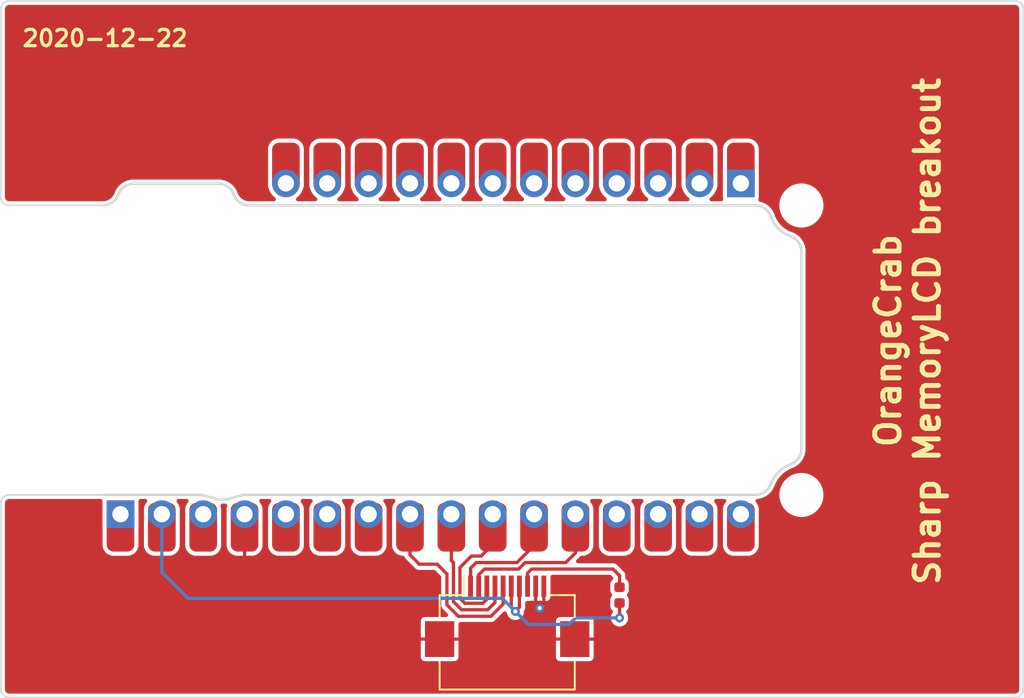
<source format=kicad_pcb>
(kicad_pcb (version 20201116) (generator pcbnew)
  (title_block (title "Sharp Memory LCD Breakout") (date "2020-12-22") (rev "r1.0"))
  (layers (0 "F.Cu" signal) (31 "B.Cu" signal) (34 "B.Paste" user) (35 "F.Paste" user) (36 "B.SilkS" user "B.Silkscreen") (37 "F.SilkS" user "F.Silkscreen") (38 "B.Mask" user) (39 "F.Mask" user) (44 "Edge.Cuts" user))
  (net 0 "")
  (net 1 "GND")
  (net 2 "/rst")
  (net 3 "+3V3")
  (net 4 "/DISP")
  (net 5 "/EXTCOMIN")
  (net 6 "/SCS")
  (net 7 "no_connect_19")
  (net 8 "no_connect_20")
  (net 9 "no_connect_21")
  (net 10 "no_connect_29")
  (net 11 "/sck")
  (net 12 "/mo")
  (net 13 "/sda")
  (net 14 "/scl")
  (net 15 "no_connect_22")
  (net 16 "no_connect_23")
  (net 17 "no_connect_24")
  (net 18 "no_connect_25")
  (net 19 "no_connect_26")
  (net 20 "no_connect_27")
  (net 21 "no_connect_28")
  (net 22 "/usb")
  (net 23 "/en")
  (net 24 "/bat")
  (net 25 "/EXTMODE")
  (net 26 "/mi")
  (net 27 "/rx")
  (net 28 "/tx")
  (net 29 "no_connect_18")
  (footprint "Connector_PinHeader_2.54mm:PinHeader_1x16_P2.54mm_Vertical" (layer "F.Cu") (at 166.35 84.73 90)
    (fp_text reference "J1" hide)
    (fp_text value "Conn_01x16" hide)
    (pad "1" thru_hole rect (at 0 0 90) (size 1.7 1.7) (drill 1) (layers *.Cu *.Mask) (net 2 "/rst"))
    (pad "1" smd roundrect (at -0.8 0 90) (size 3 1.7) (layers "F.Cu" "F.Mask") (net 2 "/rst"))
    (pad "2" smd roundrect (at -0.8 2.54 90) (size 3 1.7) (layers "F.Cu" "F.Mask") (net 3 "+3V3"))
    (pad "2" thru_hole oval (at 0 2.54 90) (size 1.7 1.7) (drill 1) (layers *.Cu *.Mask) (net 3 "+3V3"))
    (pad "3" smd roundrect (at -0.8 5.08 90) (size 3 1.7) (layers "F.Cu" "F.Mask") (net 7 "no_connect_19"))
    (pad "3" thru_hole oval (at 0 5.08 90) (size 1.7 1.7) (drill 1) (layers *.Cu *.Mask) (net 7 "no_connect_19"))
    (pad "4" smd roundrect (at -0.8 7.62 90) (size 3 1.7) (layers "F.Cu" "F.Mask") (net 1 "GND"))
    (pad "4" thru_hole oval (at 0 7.62 90) (size 1.7 1.7) (drill 1) (layers *.Cu *.Mask) (net 1 "GND"))
    (pad "5" smd roundrect (at -0.8 10.16 90) (size 3 1.7) (layers "F.Cu" "F.Mask") (net 8 "no_connect_20"))
    (pad "5" thru_hole oval (at 0 10.16 90) (size 1.7 1.7) (drill 1) (layers *.Cu *.Mask) (net 8 "no_connect_20"))
    (pad "6" thru_hole oval (at 0 12.7 90) (size 1.7 1.7) (drill 1) (layers *.Cu *.Mask) (net 9 "no_connect_21"))
    (pad "6" smd roundrect (at -0.8 12.7 90) (size 3 1.7) (layers "F.Cu" "F.Mask") (net 9 "no_connect_21"))
    (pad "7" thru_hole oval (at 0 15.24 90) (size 1.7 1.7) (drill 1) (layers *.Cu *.Mask) (net 15 "no_connect_22"))
    (pad "7" smd roundrect (at -0.8 15.24 90) (size 3 1.7) (layers "F.Cu" "F.Mask") (net 15 "no_connect_22"))
    (pad "8" smd roundrect (at -0.8 17.78 90) (size 3 1.7) (layers "F.Cu" "F.Mask") (net 4 "/DISP"))
    (pad "8" thru_hole oval (at 0 17.78 90) (size 1.7 1.7) (drill 1) (layers *.Cu *.Mask) (net 4 "/DISP"))
    (pad "9" thru_hole oval (at 0 20.32 90) (size 1.7 1.7) (drill 1) (layers *.Cu *.Mask) (net 5 "/EXTCOMIN"))
    (pad "9" smd roundrect (at -0.8 20.32 90) (size 3 1.7) (layers "F.Cu" "F.Mask") (net 5 "/EXTCOMIN"))
    (pad "10" smd roundrect (at -0.8 22.86 90) (size 3 1.7) (layers "F.Cu" "F.Mask") (net 6 "/SCS"))
    (pad "10" thru_hole oval (at 0 22.86 90) (size 1.7 1.7) (drill 1) (layers *.Cu *.Mask) (net 6 "/SCS"))
    (pad "11" thru_hole oval (at 0 25.4 90) (size 1.7 1.7) (drill 1) (layers *.Cu *.Mask) (net 11 "/sck"))
    (pad "11" smd roundrect (at -0.8 25.4 90) (size 3 1.7) (layers "F.Cu" "F.Mask") (net 11 "/sck"))
    (pad "12" thru_hole oval (at 0 27.94 90) (size 1.7 1.7) (drill 1) (layers *.Cu *.Mask) (net 12 "/mo"))
    (pad "12" smd roundrect (at -0.8 27.94 90) (size 3 1.7) (layers "F.Cu" "F.Mask") (net 12 "/mo"))
    (pad "13" thru_hole oval (at 0 30.48 90) (size 1.7 1.7) (drill 1) (layers *.Cu *.Mask) (net 26 "/mi"))
    (pad "13" smd roundrect (at -0.8 30.48 90) (size 3 1.7) (layers "F.Cu" "F.Mask") (net 26 "/mi"))
    (pad "14" smd roundrect (at -0.8 33.02 90) (size 3 1.7) (layers "F.Cu" "F.Mask") (net 27 "/rx"))
    (pad "14" thru_hole oval (at 0 33.02 90) (size 1.7 1.7) (drill 1) (layers *.Cu *.Mask) (net 27 "/rx"))
    (pad "15" smd roundrect (at -0.8 35.56 90) (size 3 1.7) (layers "F.Cu" "F.Mask") (net 28 "/tx"))
    (pad "15" thru_hole oval (at 0 35.56 90) (size 1.7 1.7) (drill 1) (layers *.Cu *.Mask) (net 28 "/tx"))
    (pad "16" smd roundrect (at -0.8 38.1 90) (size 3 1.7) (layers "F.Cu" "F.Mask") (net 29 "no_connect_18"))
    (pad "16" thru_hole oval (at 0 38.1 90) (size 1.7 1.7) (drill 1) (layers *.Cu *.Mask) (net 29 "no_connect_18"))
  )
  (footprint "MountingHole:MountingHole_2.2mm_M2_DIN965" (layer "F.Cu") (at 208.169999 65.77 90)
    (fp_text reference "REF**" hide)
    (fp_text value "MountingHole_2.2mm_M2_DIN965" hide)
    (pad "1" np_thru_hole circle (at 0 0 90) (size 2.2 2.2) (drill 2.2) (layers *.Cu *.Mask))
  )
  (footprint "Connector_FFC-FPC:Hirose_FH12-10S-0.5SH_1x10-1MP_P0.50mm_Horizontal" (layer "F.Cu") (at 190.1 91)
    (fp_text reference "J3" hide)
    (fp_text value "Conn_01x10_MountingPin" hide)
    (fp_line (start -2.66 -1.3) (end -2.66 -2.5) (layer "F.SilkS") (width 0.12))
    (fp_line (start -2.66 -1.3) (end -4.15 -1.3) (layer "F.SilkS") (width 0.12))
    (fp_line (start -4.15 4.5) (end 4.15 4.5) (layer "F.SilkS") (width 0.12))
    (fp_line (start 4.15 -1.3) (end 4.15 0.04) (layer "F.SilkS") (width 0.12))
    (fp_line (start 2.66 -1.3) (end 4.15 -1.3) (layer "F.SilkS") (width 0.12))
    (fp_line (start 4.15 4.5) (end 4.15 2.76) (layer "F.SilkS") (width 0.12))
    (fp_line (start -4.15 -1.3) (end -4.15 0.04) (layer "F.SilkS") (width 0.12))
    (fp_line (start -4.15 2.76) (end -4.15 4.5) (layer "F.SilkS") (width 0.12))
    (pad "1" smd rect (at -2.25 -1.85) (size 0.3 1.3) (layers "F.Cu" "F.Paste" "F.Mask") (net 11 "/sck"))
    (pad "2" smd rect (at -1.75 -1.85) (size 0.3 1.3) (layers "F.Cu" "F.Paste" "F.Mask") (net 12 "/mo"))
    (pad "3" smd rect (at -1.25 -1.85) (size 0.3 1.3) (layers "F.Cu" "F.Paste" "F.Mask") (net 6 "/SCS"))
    (pad "4" smd rect (at -0.75 -1.85) (size 0.3 1.3) (layers "F.Cu" "F.Paste" "F.Mask") (net 5 "/EXTCOMIN"))
    (pad "5" smd rect (at -0.25 -1.85) (size 0.3 1.3) (layers "F.Cu" "F.Paste" "F.Mask") (net 4 "/DISP"))
    (pad "6" smd rect (at 0.25 -1.85) (size 0.3 1.3) (layers "F.Cu" "F.Paste" "F.Mask") (net 3 "+3V3"))
    (pad "7" smd rect (at 0.75 -1.85) (size 0.3 1.3) (layers "F.Cu" "F.Paste" "F.Mask") (net 3 "+3V3"))
    (pad "8" smd rect (at 1.25 -1.85) (size 0.3 1.3) (layers "F.Cu" "F.Paste" "F.Mask") (net 25 "/EXTMODE"))
    (pad "9" smd rect (at 1.75 -1.85) (size 0.3 1.3) (layers "F.Cu" "F.Paste" "F.Mask") (net 1 "GND"))
    (pad "10" smd rect (at 2.25 -1.85) (size 0.3 1.3) (layers "F.Cu" "F.Paste" "F.Mask") (net 1 "GND"))
    (pad "MP" smd rect (at -4.15 1.4) (size 1.8 2.2) (layers "F.Cu" "F.Paste" "F.Mask") (net 1 "GND"))
    (pad "MP" smd rect (at 4.15 1.4) (size 1.8 2.2) (layers "F.Cu" "F.Paste" "F.Mask") (net 1 "GND"))
  )
  (footprint "Resistor_SMD:R_0402_1005Metric" (layer "F.Cu") (at 197 89.7 90)
    (fp_text reference "R1" hide)
    (fp_text value "0R" hide)
    (pad "1" smd roundrect (at -0.485 0 90) (size 0.59 0.64) (layers "F.Cu" "F.Paste" "F.Mask") (net 3 "+3V3"))
    (pad "2" smd roundrect (at 0.485 0 90) (size 0.59 0.64) (layers "F.Cu" "F.Paste" "F.Mask") (net 25 "/EXTMODE"))
  )
  (footprint "MountingHole:MountingHole_2.2mm_M2_DIN965" (layer "F.Cu") (at 208.17 83.55 90)
    (fp_text reference "REF**" hide)
    (fp_text value "MountingHole_2.2mm_M2_DIN965" hide)
    (pad "1" np_thru_hole circle (at 0 0 90) (size 2.2 2.2) (drill 2.2) (layers *.Cu *.Mask))
  )
  (footprint "Connector_PinHeader_2.54mm:PinHeader_1x12_P2.54mm_Vertical" (layer "F.Cu") (at 204.45 64.41 -90)
    (fp_text reference "J2" hide)
    (fp_text value "Conn_01x12" hide)
    (pad "1" smd roundrect (at -1 0 270) (size 3 1.7) (layers "F.Cu" "F.Mask") (net 13 "/sda"))
    (pad "1" thru_hole rect (at 0 0 270) (size 1.7 1.7) (drill 1) (layers *.Cu *.Mask) (net 13 "/sda"))
    (pad "2" thru_hole oval (at 0 2.54 270) (size 1.7 1.7) (drill 1) (layers *.Cu *.Mask) (net 14 "/scl"))
    (pad "2" smd roundrect (at -1 2.54 270) (size 3 1.7) (layers "F.Cu" "F.Mask") (net 14 "/scl"))
    (pad "3" thru_hole oval (at 0 5.08 270) (size 1.7 1.7) (drill 1) (layers *.Cu *.Mask) (net 16 "no_connect_23"))
    (pad "3" smd roundrect (at -1 5.08 270) (size 3 1.7) (layers "F.Cu" "F.Mask") (net 16 "no_connect_23"))
    (pad "4" thru_hole oval (at 0 7.62 270) (size 1.7 1.7) (drill 1) (layers *.Cu *.Mask) (net 17 "no_connect_24"))
    (pad "4" smd roundrect (at -1 7.62 270) (size 3 1.7) (layers "F.Cu" "F.Mask") (net 17 "no_connect_24"))
    (pad "5" thru_hole oval (at 0 10.16 270) (size 1.7 1.7) (drill 1) (layers *.Cu *.Mask) (net 18 "no_connect_25"))
    (pad "5" smd roundrect (at -1 10.16 270) (size 3 1.7) (layers "F.Cu" "F.Mask") (net 18 "no_connect_25"))
    (pad "6" thru_hole oval (at 0 12.7 270) (size 1.7 1.7) (drill 1) (layers *.Cu *.Mask) (net 19 "no_connect_26"))
    (pad "6" smd roundrect (at -1 12.7 270) (size 3 1.7) (layers "F.Cu" "F.Mask") (net 19 "no_connect_26"))
    (pad "7" smd roundrect (at -1 15.24 270) (size 3 1.7) (layers "F.Cu" "F.Mask") (net 20 "no_connect_27"))
    (pad "7" thru_hole oval (at 0 15.24 270) (size 1.7 1.7) (drill 1) (layers *.Cu *.Mask) (net 20 "no_connect_27"))
    (pad "8" smd roundrect (at -1 17.78 270) (size 3 1.7) (layers "F.Cu" "F.Mask") (net 21 "no_connect_28"))
    (pad "8" thru_hole oval (at 0 17.78 270) (size 1.7 1.7) (drill 1) (layers *.Cu *.Mask) (net 21 "no_connect_28"))
    (pad "9" thru_hole oval (at 0 20.32 270) (size 1.7 1.7) (drill 1) (layers *.Cu *.Mask) (net 10 "no_connect_29"))
    (pad "9" smd roundrect (at -1 20.32 270) (size 3 1.7) (layers "F.Cu" "F.Mask") (net 10 "no_connect_29"))
    (pad "10" smd roundrect (at -1 22.86 270) (size 3 1.7) (layers "F.Cu" "F.Mask") (net 22 "/usb"))
    (pad "10" thru_hole oval (at 0 22.86 270) (size 1.7 1.7) (drill 1) (layers *.Cu *.Mask) (net 22 "/usb"))
    (pad "11" smd roundrect (at -1 25.4 270) (size 3 1.7) (layers "F.Cu" "F.Mask") (net 23 "/en"))
    (pad "11" thru_hole oval (at 0 25.4 270) (size 1.7 1.7) (drill 1) (layers *.Cu *.Mask) (net 23 "/en"))
    (pad "12" smd roundrect (at -1 27.94 270) (size 3 1.7) (layers "F.Cu" "F.Mask") (net 24 "/bat"))
    (pad "12" thru_hole oval (at 0 27.94 270) (size 1.7 1.7) (drill 1) (layers *.Cu *.Mask) (net 24 "/bat"))
  )
  (gr_line (start 159.5 65.7639) (end 165.278427 65.7639) (layer "Edge.Cuts") (width 0.1))
  (gr_line (start 166.196468 65.160386) (end 166.273051 64.97655) (layer "Edge.Cuts") (width 0.15))
  (gr_arc (start 208.169999 83.543901) (end 207.3445 81.7339) (angle -42.15906343) (layer "Edge.Cuts") (width 0.15))
  (gr_line (start 165.278426 83.5439) (end 159.5 83.5439) (layer "Edge.Cuts") (width 0.1))
  (gr_line (start 208.169999 80.715474) (end 208.169999 68.592329) (layer "Edge.Cuts") (width 0.15))
  (gr_line (start 221.8 95.5) (end 221.8 53.7) (layer "Edge.Cuts") (width 0.1))
  (gr_line (start 171.34 83.5439) (end 172.364 83.8294) (layer "Edge.Cuts") (width 0.15))
  (gr_line (start 206.343212 82.756244) (end 206.284381 82.877233) (layer "Edge.Cuts") (width 0.15))
  (gr_line (start 165.278426 83.5439) (end 171.34 83.5439) (layer "Edge.Cuts") (width 0.15))
  (gr_line (start 205.341571 65.7639) (end 174.251308 65.763568) (layer "Edge.Cuts") (width 0.15))
  (gr_arc (start 205.341572 66.7639) (end 206.284381 66.430568) (angle -70.52877937) (layer "Edge.Cuts") (width 0.15))
  (gr_arc (start 207.17 80.715473) (end 207.503333 81.658283) (angle -70.52877937) (layer "Edge.Cuts") (width 0.15))
  (gr_line (start 207.503334 67.649519) (end 207.337743 67.588212) (layer "Edge.Cuts") (width 0.15))
  (gr_arc (start 221.3 53.699999) (end 221.8 53.7) (angle -90) (layer "Edge.Cuts") (width 0.1))
  (gr_line (start 221.3 53.2) (end 159.5 53.2) (layer "Edge.Cuts") (width 0.1))
  (gr_arc (start 207.17 68.592328) (end 208.169999 68.592329) (angle -70.52877937) (layer "Edge.Cuts") (width 0.15))
  (gr_line (start 172.864 83.8294) (end 173.88712 83.5439) (layer "Edge.Cuts") (width 0.15))
  (gr_line (start 173.36537 65.227371) (end 173.250201 64.96718) (layer "Edge.Cuts") (width 0.15))
  (gr_line (start 167.164045 64.430566) (end 172.364045 64.430567) (layer "Edge.Cuts") (width 0.15))
  (gr_arc (start 159.500001 95.500001) (end 159.000001 95.500001) (angle -90) (layer "Edge.Cuts") (width 0.1))
  (gr_line (start 206.3285 66.5574) (end 206.284381 66.430568) (layer "Edge.Cuts") (width 0.15))
  (gr_arc (start 172.364045 65.430567) (end 172.364045 64.430567) (angle 62.39413368) (layer "Edge.Cuts") (width 0.15))
  (gr_arc (start 174.251309 64.763568) (end 174.251308 65.763568) (angle 62.36718262) (layer "Edge.Cuts") (width 0.15))
  (gr_arc (start 205.341572 82.5439) (end 205.341572 83.5439) (angle -70.52877937) (layer "Edge.Cuts") (width 0.15))
  (gr_line (start 159 84.0439) (end 159.000001 95.500001) (layer "Edge.Cuts") (width 0.1))
  (gr_arc (start 159.5 65.2639) (end 159 65.2639) (angle -90) (layer "Edge.Cuts") (width 0.1))
  (gr_arc (start 159.5 84.0439) (end 159.5 83.5439) (angle -90) (layer "Edge.Cuts") (width 0.1))
  (gr_arc (start 165.278427 64.7639) (end 165.278427 65.7639) (angle -66.64131146) (layer "Edge.Cuts") (width 0.15))
  (gr_arc (start 167.164045 65.430567) (end 167.164045 64.430566) (angle -62.99838668) (layer "Edge.Cuts") (width 0.15))
  (gr_line (start 173.88712 83.5439) (end 205.341572 83.5439) (layer "Edge.Cuts") (width 0.15))
  (gr_arc (start 159.499999 53.7) (end 159.5 53.2) (angle -90) (layer "Edge.Cuts") (width 0.1))
  (gr_line (start 159.5 96) (end 221.3 96) (layer "Edge.Cuts") (width 0.1))
  (gr_line (start 159 53.7) (end 159 65.2639) (layer "Edge.Cuts") (width 0.1))
  (gr_arc (start 208.17 65.7639) (end 206.3285 66.5574) (angle -42.16622009) (layer "Edge.Cuts") (width 0.15))
  (gr_arc (start 221.300001 95.5) (end 221.3 96) (angle -90) (layer "Edge.Cuts") (width 0.1))
  (gr_line (start 207.503333 81.658283) (end 207.3445 81.7339) (layer "Edge.Cuts") (width 0.15))
  (gr_line (start 172.364 83.8294) (end 172.864 83.8294) (layer "Edge.Cuts") (width 0.15))
  (gr_text "2020-12-22" (at 165.4 55.5) (layer "F.SilkS") (effects (font (size 1 1) (thickness 0.2))))
  (gr_text "OrangeCrab \nSharp MemoryLCD breakout" (at 214.7 73.5 90) (layer "F.SilkS") (effects (font (size 1.5 1.5) (thickness 0.3))))
  (segment (start 192.35 90.25) (end 192.1 90.5) (width 0.2) (layer "F.Cu") (net 1))
  (segment (start 194.25 92.4) (end 196.5 92.4) (width 0.2) (layer "F.Cu") (net 1))
  (segment (start 192.35 89.15) (end 192.35 90.25) (width 0.2) (layer "F.Cu") (net 1))
  (segment (start 173.97 84.73) (end 173.97 87.67) (width 0.2) (layer "F.Cu") (net 1))
  (segment (start 185.95 92.4) (end 183.5 92.4) (width 0.2) (layer "F.Cu") (net 1))
  (segment (start 185.95 92.4) (end 194.25 92.4) (width 0.2) (layer "F.Cu") (net 1))
  (segment (start 191.85 89.15) (end 191.85 90.25) (width 0.2) (layer "F.Cu") (net 1))
  (segment (start 191.85 90.25) (end 192.1 90.5) (width 0.2) (layer "F.Cu") (net 1))
  (via (at 192.1 90.5) (size 0.55) (drill 0.25) (layers "F.Cu" "B.Cu") (net 1))
  (segment (start 197 90.185) (end 197 91.1) (width 0.2) (layer "F.Cu") (net 3))
  (segment (start 190.85 90.45) (end 190.6 90.7) (width 0.2) (layer "F.Cu") (net 3))
  (segment (start 190.35 90.45) (end 190.6 90.7) (width 0.2) (layer "F.Cu") (net 3))
  (segment (start 190.85 89.15) (end 190.85 90.45) (width 0.2) (layer "F.Cu") (net 3))
  (segment (start 190.35 89.15) (end 190.35 90.45) (width 0.2) (layer "F.Cu") (net 3))
  (via (at 190.6 90.7) (size 0.55) (drill 0.25) (layers "F.Cu" "B.Cu") (net 3))
  (via (at 197 91.1) (size 0.55) (drill 0.25) (layers "F.Cu" "B.Cu") (net 3))
  (segment (start 170.5 89.9) (end 168.89 88.29) (width 0.2) (layer "B.Cu") (net 3))
  (segment (start 191.4 91.5) (end 190.6 90.7) (width 0.2) (layer "B.Cu") (net 3))
  (segment (start 189.8 89.9) (end 170.5 89.9) (width 0.2) (layer "B.Cu") (net 3))
  (segment (start 194.3 91.1) (end 193.9 91.5) (width 0.2) (layer "B.Cu") (net 3))
  (segment (start 193.9 91.5) (end 191.4 91.5) (width 0.2) (layer "B.Cu") (net 3))
  (segment (start 197 91.1) (end 194.3 91.1) (width 0.2) (layer "B.Cu") (net 3))
  (segment (start 168.89 88.29) (end 168.89 84.73) (width 0.2) (layer "B.Cu") (net 3))
  (segment (start 190.6 90.7) (end 189.8 89.9) (width 0.2) (layer "B.Cu") (net 3))
  (segment (start 189.85 89.15) (end 189.85 90.25) (width 0.2) (layer "F.Cu") (net 4))
  (segment (start 184.13 87.23) (end 184.13 85.53) (width 0.2) (layer "F.Cu") (net 4))
  (segment (start 189.85 90.25) (end 189.1 91) (width 0.2) (layer "F.Cu") (net 4))
  (segment (start 186 88) (end 185.8 87.8) (width 0.2) (layer "F.Cu") (net 4))
  (segment (start 189.1 91) (end 187.1 91) (width 0.2) (layer "F.Cu") (net 4))
  (segment (start 185.8 87.8) (end 184.7 87.8) (width 0.2) (layer "F.Cu") (net 4))
  (segment (start 184.7 87.8) (end 184.13 87.23) (width 0.2) (layer "F.Cu") (net 4))
  (segment (start 186.4 88.4) (end 186 88) (width 0.2) (layer "F.Cu") (net 4))
  (segment (start 187.1 91) (end 186.4 90.3) (width 0.2) (layer "F.Cu") (net 4))
  (segment (start 186.4 90.3) (end 186.4 88.4) (width 0.2) (layer "F.Cu") (net 4))
  (segment (start 189.35 90.15) (end 188.9 90.6) (width 0.2) (layer "F.Cu") (net 5))
  (segment (start 188.9 90.6) (end 187.3 90.6) (width 0.2) (layer "F.Cu") (net 5))
  (segment (start 186.67 87.57) (end 186.67 85.53) (width 0.2) (layer "F.Cu") (net 5))
  (segment (start 187.3 90.6) (end 186.8 90.1) (width 0.2) (layer "F.Cu") (net 5))
  (segment (start 186.8 87.7) (end 186.67 87.57) (width 0.2) (layer "F.Cu") (net 5))
  (segment (start 186.8 90.1) (end 186.8 88.3) (width 0.2) (layer "F.Cu") (net 5))
  (segment (start 186.8 88.3) (end 186.8 87.7) (width 0.2) (layer "F.Cu") (net 5))
  (segment (start 189.35 89.15) (end 189.35 90.15) (width 0.2) (layer "F.Cu") (net 5))
  (segment (start 187.2 88) (end 187.9 87.3) (width 0.2) (layer "F.Cu") (net 6))
  (segment (start 187.9 87.3) (end 188.5 87.3) (width 0.2) (layer "F.Cu") (net 6))
  (segment (start 189.21 86.59) (end 189.21 85.53) (width 0.2) (layer "F.Cu") (net 6))
  (segment (start 188.5 87.3) (end 189.21 86.59) (width 0.2) (layer "F.Cu") (net 6))
  (segment (start 187.5 90.2) (end 187.2 89.9) (width 0.2) (layer "F.Cu") (net 6))
  (segment (start 188.6 90.2) (end 187.5 90.2) (width 0.2) (layer "F.Cu") (net 6))
  (segment (start 188.85 89.95) (end 188.6 90.2) (width 0.2) (layer "F.Cu") (net 6))
  (segment (start 188.85 89.15) (end 188.85 89.95) (width 0.2) (layer "F.Cu") (net 6))
  (segment (start 187.2 89.9) (end 187.2 88) (width 0.2) (layer "F.Cu") (net 6))
  (segment (start 190.7 87.7) (end 191.75 86.65) (width 0.2) (layer "F.Cu") (net 11))
  (segment (start 187.85 88.05) (end 188.2 87.7) (width 0.2) (layer "F.Cu") (net 11))
  (segment (start 188.2 87.7) (end 190.7 87.7) (width 0.2) (layer "F.Cu") (net 11))
  (segment (start 191.75 86.65) (end 191.75 85.53) (width 0.2) (layer "F.Cu") (net 11))
  (segment (start 187.85 88.05) (end 187.85 89.15) (width 0.2) (layer "F.Cu") (net 11))
  (segment (start 190.8 88.1) (end 191.2 87.7) (width 0.2) (layer "F.Cu") (net 12))
  (segment (start 193.7 87.7) (end 194.29 87.11) (width 0.2) (layer "F.Cu") (net 12))
  (segment (start 191.6 87.7) (end 193.7 87.7) (width 0.2) (layer "F.Cu") (net 12))
  (segment (start 188.7 88.1) (end 190.5 88.1) (width 0.2) (layer "F.Cu") (net 12))
  (segment (start 191.2 87.7) (end 191.6 87.7) (width 0.2) (layer "F.Cu") (net 12))
  (segment (start 194.29 87.11) (end 194.29 85.53) (width 0.2) (layer "F.Cu") (net 12))
  (segment (start 190.5 88.1) (end 190.8 88.1) (width 0.2) (layer "F.Cu") (net 12))
  (segment (start 188.35 88.45) (end 188.7 88.1) (width 0.2) (layer "F.Cu") (net 12))
  (segment (start 188.35 89.15) (end 188.35 88.45) (width 0.2) (layer "F.Cu") (net 12))
  (segment (start 197 88.5) (end 197 89.215) (width 0.2) (layer "F.Cu") (net 25))
  (segment (start 191.35 89.15) (end 191.35 88.35) (width 0.2) (layer "F.Cu") (net 25))
  (segment (start 191.6 88.1) (end 196.6 88.1) (width 0.2) (layer "F.Cu") (net 25))
  (segment (start 196.6 88.1) (end 196.75 88.25) (width 0.2) (layer "F.Cu") (net 25))
  (segment (start 191.35 88.35) (end 191.6 88.1) (width 0.2) (layer "F.Cu") (net 25))
  (segment (start 196.75 88.25) (end 197 88.5) (width 0.2) (layer "F.Cu") (net 25))
  (zone (net 1) (net_name "GND") (layer "F.Cu") (connect_pads no (clearance 0.25)) (min_thickness 0.25) (fill yes (thermal_gap 0.25) (thermal_bridge_width 0.25))
    (polygon (pts (xy 159 53.2) (xy 221.8 53.2) (xy 221.8 95.9) (xy 159 96)))
  )
)
</source>
